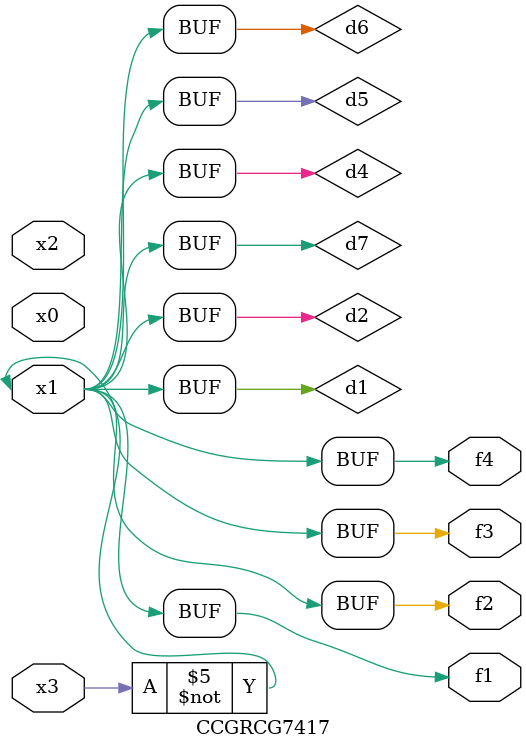
<source format=v>
module CCGRCG7417(
	input x0, x1, x2, x3,
	output f1, f2, f3, f4
);

	wire d1, d2, d3, d4, d5, d6, d7;

	not (d1, x3);
	buf (d2, x1);
	xnor (d3, d1, d2);
	nor (d4, d1);
	buf (d5, d1, d2);
	buf (d6, d4, d5);
	nand (d7, d4);
	assign f1 = d6;
	assign f2 = d7;
	assign f3 = d6;
	assign f4 = d6;
endmodule

</source>
